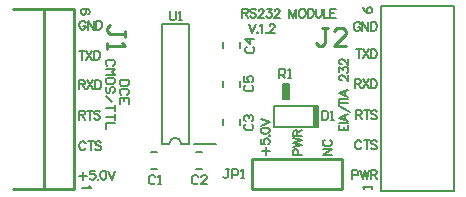
<source format=gto>
G04*
G04 #@! TF.GenerationSoftware,Altium Limited,Altium Designer,24.9.1 (31)*
G04*
G04 Layer_Color=65535*
%FSLAX44Y44*%
%MOMM*%
G71*
G04*
G04 #@! TF.SameCoordinates,B5823E4F-61C2-4C15-8B31-12C9E9E13820*
G04*
G04*
G04 #@! TF.FilePolarity,Positive*
G04*
G01*
G75*
%ADD10C,0.2032*%
%ADD11C,0.2000*%
%ADD12C,0.1524*%
%ADD13C,0.2540*%
%ADD14C,0.1270*%
%ADD15R,0.4572X1.7780*%
%ADD16R,0.4826X1.3208*%
D10*
X400080Y746700D02*
G03*
X389920Y746700I-5080J0D01*
G01*
X400080Y746700D02*
X406430Y746700D01*
X383570D02*
X389920Y746700D01*
X383570Y848300D02*
X406430D01*
Y746700D02*
Y848300D01*
X383570Y746700D02*
Y848300D01*
X411000Y746750D02*
X429750Y746659D01*
D11*
X569000Y863700D02*
X631000D01*
X569000Y706700D02*
Y863700D01*
X631000Y706700D02*
Y863700D01*
X569000Y706700D02*
X631000D01*
D12*
X478536Y778510D02*
X515874D01*
X478536Y760730D02*
X515874D01*
X478536D02*
Y778510D01*
X515874Y760730D02*
Y778510D01*
X449866Y767540D02*
X449866Y762460D01*
X435134Y767540D02*
X435134Y762460D01*
X449866Y794960D02*
Y800040D01*
X435134D02*
X435134Y794960D01*
X449866Y827460D02*
Y832540D01*
X435134D02*
X435134Y827460D01*
X374960Y725134D02*
X380040D01*
X374960Y739866D02*
X380040D01*
X412460Y739866D02*
X417540Y739866D01*
X412460Y725134D02*
X417540Y725134D01*
X485902Y797560D02*
X491490D01*
X485902Y784352D02*
X491490Y784352D01*
X485902Y797560D02*
X485902Y784352D01*
X491490Y797560D02*
X491490Y784352D01*
D13*
X309700Y860550D02*
X309700Y708150D01*
X284300Y860550D02*
X309700D01*
X284300Y708150D02*
X284300Y860550D01*
X284300Y708150D02*
X309700D01*
X257376Y860550D02*
X284300Y860550D01*
X257376Y708150D02*
X284300D01*
X459800Y708600D02*
Y734000D01*
X536000D01*
Y708600D02*
Y734000D01*
X459800Y708600D02*
X536000D01*
X352618Y837500D02*
Y842578D01*
Y840039D01*
X339922D01*
X337383Y842578D01*
Y845117D01*
X339922Y847657D01*
X337383Y832422D02*
Y827343D01*
Y829882D01*
X352618D01*
X350078Y832422D01*
X524257Y844801D02*
X519179D01*
X521718D01*
Y832106D01*
X519179Y829566D01*
X516639D01*
X514100Y832106D01*
X539492Y829566D02*
X529335D01*
X539492Y839723D01*
Y842262D01*
X536953Y844801D01*
X531874D01*
X529335Y842262D01*
D14*
X553722Y862328D02*
X554992Y859789D01*
X557531Y857250D01*
X560070D01*
X561340Y858520D01*
Y861059D01*
X560070Y862328D01*
X558801D01*
X557531Y861059D01*
Y857250D01*
X561340Y708660D02*
Y711199D01*
Y709930D01*
X553722D01*
X554992Y708660D01*
X355852Y800862D02*
X348234D01*
Y797053D01*
X349504Y795784D01*
X354582D01*
X355852Y797053D01*
Y800862D01*
X354582Y788166D02*
X355852Y789436D01*
Y791975D01*
X354582Y793244D01*
X349504D01*
X348234Y791975D01*
Y789436D01*
X349504Y788166D01*
X355852Y780549D02*
Y785627D01*
X348234D01*
Y780549D01*
X352043Y785627D02*
Y783088D01*
X321491Y856525D02*
X322216Y856888D01*
X322579Y857976D01*
Y858701D01*
X322216Y859790D01*
X321128Y860515D01*
X319314Y860878D01*
X317500D01*
X316049Y860515D01*
X315324Y859790D01*
X314961Y858701D01*
Y858339D01*
X315324Y857250D01*
X316049Y856525D01*
X317138Y856162D01*
X317500D01*
X318589Y856525D01*
X319314Y857250D01*
X319677Y858339D01*
Y858701D01*
X319314Y859790D01*
X318589Y860515D01*
X317500Y860878D01*
X322398Y710837D02*
X322761Y710111D01*
X323849Y709023D01*
X316231D01*
X468470Y740765D02*
X475000D01*
X471735Y737500D02*
Y744030D01*
X467382Y750633D02*
Y747005D01*
X470647Y746642D01*
X470284Y747005D01*
X469921Y748093D01*
Y749182D01*
X470284Y750270D01*
X471009Y750995D01*
X472098Y751358D01*
X472823D01*
X473912Y750995D01*
X474637Y750270D01*
X475000Y749182D01*
Y748093D01*
X474637Y747005D01*
X474274Y746642D01*
X473549Y746279D01*
X474274Y753426D02*
X474637Y753063D01*
X475000Y753426D01*
X474637Y753789D01*
X474274Y753426D01*
X467382Y757634D02*
X467744Y756546D01*
X468833Y755820D01*
X470647Y755458D01*
X471735D01*
X473549Y755820D01*
X474637Y756546D01*
X475000Y757634D01*
Y758360D01*
X474637Y759448D01*
X473549Y760174D01*
X471735Y760536D01*
X470647D01*
X468833Y760174D01*
X467744Y759448D01*
X467382Y758360D01*
Y757634D01*
Y762242D02*
X475000Y765144D01*
X467382Y768046D02*
X475000Y765144D01*
X519882Y737500D02*
X527500D01*
X519882D02*
X527500Y742579D01*
X519882D02*
X527500D01*
X521696Y750125D02*
X520970Y749762D01*
X520244Y749036D01*
X519882Y748311D01*
Y746860D01*
X520244Y746134D01*
X520970Y745409D01*
X521696Y745046D01*
X522784Y744683D01*
X524598D01*
X525686Y745046D01*
X526412Y745409D01*
X527137Y746134D01*
X527500Y746860D01*
Y748311D01*
X527137Y749036D01*
X526412Y749762D01*
X525686Y750125D01*
X498895Y737384D02*
Y740649D01*
X498533Y741737D01*
X498170Y742100D01*
X497444Y742462D01*
X496356D01*
X495630Y742100D01*
X495268Y741737D01*
X494905Y740649D01*
Y737384D01*
X502523D01*
X494905Y744168D02*
X502523Y745982D01*
X494905Y747795D02*
X502523Y745982D01*
X494905Y747795D02*
X502523Y749609D01*
X494905Y751423D02*
X502523Y749609D01*
X494905Y752947D02*
X502523D01*
X494905D02*
Y756212D01*
X495268Y757300D01*
X495630Y757663D01*
X496356Y758026D01*
X497081D01*
X497807Y757663D01*
X498170Y757300D01*
X498533Y756212D01*
Y752947D01*
Y755486D02*
X502523Y758026D01*
X534138Y762970D02*
Y758254D01*
X541757D01*
Y762970D01*
X537766Y758254D02*
Y761156D01*
X534138Y764240D02*
X541757D01*
Y771641D02*
X534138Y768738D01*
X541757Y765836D01*
X539217Y766925D02*
Y770552D01*
X542845Y773418D02*
X534138Y778497D01*
Y781544D02*
X541757D01*
X534138Y779005D02*
Y784084D01*
Y784991D02*
X541757D01*
Y792392D02*
X534138Y789489D01*
X541757Y786587D01*
X539217Y787675D02*
Y791303D01*
X535952Y800518D02*
X535590D01*
X534864Y800881D01*
X534501Y801243D01*
X534138Y801969D01*
Y803420D01*
X534501Y804146D01*
X534864Y804508D01*
X535590Y804871D01*
X536315D01*
X537041Y804508D01*
X538129Y803783D01*
X541757Y800155D01*
Y805234D01*
X534138Y807665D02*
Y811655D01*
X537041Y809479D01*
Y810567D01*
X537403Y811292D01*
X537766Y811655D01*
X538855Y812018D01*
X539580D01*
X540668Y811655D01*
X541394Y810930D01*
X541757Y809841D01*
Y808753D01*
X541394Y807665D01*
X541031Y807302D01*
X540306Y806939D01*
X535952Y814086D02*
X535590D01*
X534864Y814449D01*
X534501Y814811D01*
X534138Y815537D01*
Y816988D01*
X534501Y817714D01*
X534864Y818076D01*
X535590Y818439D01*
X536315D01*
X537041Y818076D01*
X538129Y817351D01*
X541757Y813723D01*
Y818802D01*
X342644Y812802D02*
X343913Y814071D01*
Y816610D01*
X342644Y817880D01*
X337566D01*
X336296Y816610D01*
Y814071D01*
X337566Y812802D01*
X336296Y810263D02*
X343913D01*
X341374Y807723D01*
X343913Y805184D01*
X336296D01*
X343913Y798836D02*
Y801375D01*
X342644Y802645D01*
X337566D01*
X336296Y801375D01*
Y798836D01*
X337566Y797567D01*
X342644D01*
X343913Y798836D01*
X342644Y789949D02*
X343913Y791219D01*
Y793758D01*
X342644Y795027D01*
X341374D01*
X340105Y793758D01*
Y791219D01*
X338835Y789949D01*
X337566D01*
X336296Y791219D01*
Y793758D01*
X337566Y795027D01*
X336296Y787410D02*
X341374Y782331D01*
X343913Y779792D02*
Y774714D01*
Y777253D01*
X336296D01*
X343913Y772175D02*
Y767096D01*
Y769636D01*
X336296D01*
X343913Y764557D02*
X336296D01*
Y759479D01*
X547101Y801368D02*
Y793750D01*
Y801368D02*
X550366D01*
X551454Y801006D01*
X551817Y800643D01*
X552180Y799917D01*
Y799192D01*
X551817Y798466D01*
X551454Y798103D01*
X550366Y797741D01*
X547101D01*
X549640D02*
X552180Y793750D01*
X553885Y801368D02*
X558964Y793750D01*
Y801368D02*
X553885Y793750D01*
X560669Y801368D02*
Y793750D01*
Y801368D02*
X563208D01*
X564297Y801006D01*
X565022Y800280D01*
X565385Y799555D01*
X565748Y798466D01*
Y796652D01*
X565385Y795564D01*
X565022Y794838D01*
X564297Y794113D01*
X563208Y793750D01*
X560669D01*
X551744Y848234D02*
X551382Y848959D01*
X550656Y849685D01*
X549931Y850048D01*
X548479D01*
X547754Y849685D01*
X547028Y848959D01*
X546666Y848234D01*
X546303Y847145D01*
Y845331D01*
X546666Y844243D01*
X547028Y843518D01*
X547754Y842792D01*
X548479Y842429D01*
X549931D01*
X550656Y842792D01*
X551382Y843518D01*
X551744Y844243D01*
Y845331D01*
X549931D02*
X551744D01*
X553486Y850048D02*
Y842429D01*
Y850048D02*
X558565Y842429D01*
Y850048D02*
Y842429D01*
X560669Y850048D02*
Y842429D01*
Y850048D02*
X563208D01*
X564297Y849685D01*
X565022Y848959D01*
X565385Y848234D01*
X565748Y847145D01*
Y845331D01*
X565385Y844243D01*
X565022Y843518D01*
X564297Y842792D01*
X563208Y842429D01*
X560669D01*
X319212Y849224D02*
X318849Y849950D01*
X318123Y850676D01*
X317398Y851038D01*
X315947D01*
X315221Y850676D01*
X314496Y849950D01*
X314133Y849224D01*
X313770Y848136D01*
Y846322D01*
X314133Y845234D01*
X314496Y844508D01*
X315221Y843783D01*
X315947Y843420D01*
X317398D01*
X318123Y843783D01*
X318849Y844508D01*
X319212Y845234D01*
Y846322D01*
X317398D02*
X319212D01*
X320953Y851038D02*
Y843420D01*
Y851038D02*
X326032Y843420D01*
Y851038D02*
Y843420D01*
X328136Y851038D02*
Y843420D01*
Y851038D02*
X330676D01*
X331764Y850676D01*
X332490Y849950D01*
X332852Y849224D01*
X333215Y848136D01*
Y846322D01*
X332852Y845234D01*
X332490Y844508D01*
X331764Y843783D01*
X330676Y843420D01*
X328136D01*
X313770Y774838D02*
Y767220D01*
Y774838D02*
X317035D01*
X318123Y774476D01*
X318486Y774113D01*
X318849Y773387D01*
Y772662D01*
X318486Y771936D01*
X318123Y771573D01*
X317035Y771211D01*
X313770D01*
X316310D02*
X318849Y767220D01*
X323093Y774838D02*
Y767220D01*
X320554Y774838D02*
X325633D01*
X331619Y773750D02*
X330893Y774476D01*
X329805Y774838D01*
X328354D01*
X327265Y774476D01*
X326540Y773750D01*
Y773025D01*
X326903Y772299D01*
X327265Y771936D01*
X327991Y771573D01*
X330168Y770848D01*
X330893Y770485D01*
X331256Y770122D01*
X331619Y769397D01*
Y768308D01*
X330893Y767583D01*
X329805Y767220D01*
X328354D01*
X327265Y767583D01*
X326540Y768308D01*
X313770Y800606D02*
Y792988D01*
Y800606D02*
X317035D01*
X318123Y800244D01*
X318486Y799881D01*
X318849Y799155D01*
Y798430D01*
X318486Y797704D01*
X318123Y797341D01*
X317035Y796979D01*
X313770D01*
X316310D02*
X318849Y792988D01*
X320554Y800606D02*
X325633Y792988D01*
Y800606D02*
X320554Y792988D01*
X327338Y800606D02*
Y792988D01*
Y800606D02*
X329877D01*
X330966Y800244D01*
X331691Y799518D01*
X332054Y798792D01*
X332417Y797704D01*
Y795890D01*
X332054Y794802D01*
X331691Y794076D01*
X330966Y793351D01*
X329877Y792988D01*
X327338D01*
X316310Y825752D02*
Y818134D01*
X313770Y825752D02*
X318849D01*
X319756D02*
X324835Y818134D01*
Y825752D02*
X319756Y818134D01*
X326540Y825752D02*
Y818134D01*
Y825752D02*
X329079D01*
X330168Y825390D01*
X330893Y824664D01*
X331256Y823939D01*
X331619Y822850D01*
Y821036D01*
X331256Y819948D01*
X330893Y819222D01*
X330168Y818497D01*
X329079Y818134D01*
X326540D01*
X319212Y747075D02*
X318849Y747800D01*
X318123Y748526D01*
X317398Y748888D01*
X315947D01*
X315221Y748526D01*
X314496Y747800D01*
X314133Y747075D01*
X313770Y745986D01*
Y744172D01*
X314133Y743084D01*
X314496Y742358D01*
X315221Y741633D01*
X315947Y741270D01*
X317398D01*
X318123Y741633D01*
X318849Y742358D01*
X319212Y743084D01*
X323892Y748888D02*
Y741270D01*
X321352Y748888D02*
X326431D01*
X332417Y747800D02*
X331691Y748526D01*
X330603Y748888D01*
X329152D01*
X328064Y748526D01*
X327338Y747800D01*
Y747075D01*
X327701Y746349D01*
X328064Y745986D01*
X328789Y745623D01*
X330966Y744898D01*
X331691Y744535D01*
X332054Y744172D01*
X332417Y743447D01*
Y742358D01*
X331691Y741633D01*
X330603Y741270D01*
X329152D01*
X328064Y741633D01*
X327338Y742358D01*
X317035Y722950D02*
Y716420D01*
X313770Y719685D02*
X320300D01*
X326903Y724038D02*
X323275D01*
X322912Y720773D01*
X323275Y721136D01*
X324363Y721499D01*
X325452D01*
X326540Y721136D01*
X327265Y720411D01*
X327628Y719322D01*
Y718597D01*
X327265Y717508D01*
X326540Y716783D01*
X325452Y716420D01*
X324363D01*
X323275Y716783D01*
X322912Y717146D01*
X322549Y717871D01*
X329696Y717146D02*
X329333Y716783D01*
X329696Y716420D01*
X330059Y716783D01*
X329696Y717146D01*
X333904Y724038D02*
X332816Y723676D01*
X332090Y722587D01*
X331728Y720773D01*
Y719685D01*
X332090Y717871D01*
X332816Y716783D01*
X333904Y716420D01*
X334630D01*
X335718Y716783D01*
X336444Y717871D01*
X336806Y719685D01*
Y720773D01*
X336444Y722587D01*
X335718Y723676D01*
X334630Y724038D01*
X333904D01*
X338512D02*
X341414Y716420D01*
X344316Y724038D02*
X341414Y716420D01*
X457407Y848187D02*
X460310Y840569D01*
X463212Y848187D02*
X460310Y840569D01*
X464554Y841294D02*
X464192Y840932D01*
X464554Y840569D01*
X464917Y840932D01*
X464554Y841294D01*
X466586Y846736D02*
X467311Y847099D01*
X468400Y848187D01*
Y840569D01*
X472536Y841294D02*
X472173Y840932D01*
X472536Y840569D01*
X472898Y840932D01*
X472536Y841294D01*
X474930Y846373D02*
Y846736D01*
X475293Y847462D01*
X475655Y847824D01*
X476381Y848187D01*
X477832D01*
X478558Y847824D01*
X478920Y847462D01*
X479283Y846736D01*
Y846011D01*
X478920Y845285D01*
X478195Y844197D01*
X474567Y840569D01*
X479646D01*
X451773Y861169D02*
Y853551D01*
Y861169D02*
X455038D01*
X456126Y860807D01*
X456489Y860444D01*
X456852Y859718D01*
Y858993D01*
X456489Y858267D01*
X456126Y857904D01*
X455038Y857542D01*
X451773D01*
X454312D02*
X456852Y853551D01*
X463635Y860081D02*
X462910Y860807D01*
X461822Y861169D01*
X460370D01*
X459282Y860807D01*
X458557Y860081D01*
Y859355D01*
X458919Y858630D01*
X459282Y858267D01*
X460008Y857904D01*
X462184Y857179D01*
X462910Y856816D01*
X463273Y856453D01*
X463635Y855728D01*
Y854639D01*
X462910Y853914D01*
X461822Y853551D01*
X460370D01*
X459282Y853914D01*
X458557Y854639D01*
X465703Y859355D02*
Y859718D01*
X466066Y860444D01*
X466429Y860807D01*
X467155Y861169D01*
X468606D01*
X469331Y860807D01*
X469694Y860444D01*
X470057Y859718D01*
Y858993D01*
X469694Y858267D01*
X468968Y857179D01*
X465341Y853551D01*
X470420D01*
X472850Y861169D02*
X476841D01*
X474664Y858267D01*
X475752D01*
X476478Y857904D01*
X476841Y857542D01*
X477203Y856453D01*
Y855728D01*
X476841Y854639D01*
X476115Y853914D01*
X475027Y853551D01*
X473938D01*
X472850Y853914D01*
X472487Y854277D01*
X472125Y855002D01*
X479271Y859355D02*
Y859718D01*
X479634Y860444D01*
X479997Y860807D01*
X480723Y861169D01*
X482174D01*
X482899Y860807D01*
X483262Y860444D01*
X483625Y859718D01*
Y858993D01*
X483262Y858267D01*
X482536Y857179D01*
X478909Y853551D01*
X483988D01*
X491678Y861169D02*
Y853551D01*
Y861169D02*
X494581Y853551D01*
X497483Y861169D02*
X494581Y853551D01*
X497483Y861169D02*
Y853551D01*
X501836Y861169D02*
X501111Y860807D01*
X500385Y860081D01*
X500022Y859355D01*
X499660Y858267D01*
Y856453D01*
X500022Y855365D01*
X500385Y854639D01*
X501111Y853914D01*
X501836Y853551D01*
X503287D01*
X504013Y853914D01*
X504739Y854639D01*
X505101Y855365D01*
X505464Y856453D01*
Y858267D01*
X505101Y859355D01*
X504739Y860081D01*
X504013Y860807D01*
X503287Y861169D01*
X501836D01*
X507242D02*
Y853551D01*
Y861169D02*
X509781D01*
X510869Y860807D01*
X511595Y860081D01*
X511958Y859355D01*
X512321Y858267D01*
Y856453D01*
X511958Y855365D01*
X511595Y854639D01*
X510869Y853914D01*
X509781Y853551D01*
X507242D01*
X514026Y861169D02*
Y855728D01*
X514388Y854639D01*
X515114Y853914D01*
X516202Y853551D01*
X516928D01*
X518016Y853914D01*
X518742Y854639D01*
X519104Y855728D01*
Y861169D01*
X521209D02*
Y853551D01*
X525562D01*
X531113Y861169D02*
X526396D01*
Y853551D01*
X531113D01*
X526396Y857542D02*
X529299D01*
X547899Y775118D02*
Y767500D01*
Y775118D02*
X551164D01*
X552252Y774756D01*
X552615Y774393D01*
X552978Y773667D01*
Y772942D01*
X552615Y772216D01*
X552252Y771853D01*
X551164Y771491D01*
X547899D01*
X550438D02*
X552978Y767500D01*
X557223Y775118D02*
Y767500D01*
X554683Y775118D02*
X559762D01*
X565748Y774030D02*
X565022Y774756D01*
X563934Y775118D01*
X562483D01*
X561394Y774756D01*
X560669Y774030D01*
Y773304D01*
X561032Y772579D01*
X561394Y772216D01*
X562120Y771853D01*
X564297Y771128D01*
X565022Y770765D01*
X565385Y770402D01*
X565748Y769677D01*
Y768588D01*
X565022Y767863D01*
X563934Y767500D01*
X562483D01*
X561394Y767863D01*
X560669Y768588D01*
X550438Y826769D02*
Y819151D01*
X547899Y826769D02*
X552978D01*
X553885D02*
X558964Y819151D01*
Y826769D02*
X553885Y819151D01*
X560669Y826769D02*
Y819151D01*
Y826769D02*
X563208D01*
X564297Y826406D01*
X565022Y825681D01*
X565385Y824955D01*
X565748Y823867D01*
Y822053D01*
X565385Y820965D01*
X565022Y820239D01*
X564297Y819514D01*
X563208Y819151D01*
X560669D01*
X552543Y747904D02*
X552180Y748630D01*
X551454Y749356D01*
X550729Y749718D01*
X549278D01*
X548552Y749356D01*
X547826Y748630D01*
X547464Y747904D01*
X547101Y746816D01*
Y745002D01*
X547464Y743914D01*
X547826Y743188D01*
X548552Y742463D01*
X549278Y742100D01*
X550729D01*
X551454Y742463D01*
X552180Y743188D01*
X552543Y743914D01*
X557223Y749718D02*
Y742100D01*
X554683Y749718D02*
X559762D01*
X565748Y748630D02*
X565022Y749356D01*
X563934Y749718D01*
X562483D01*
X561394Y749356D01*
X560669Y748630D01*
Y747904D01*
X561032Y747179D01*
X561394Y746816D01*
X562120Y746453D01*
X564297Y745728D01*
X565022Y745365D01*
X565385Y745002D01*
X565748Y744277D01*
Y743188D01*
X565022Y742463D01*
X563934Y742100D01*
X562483D01*
X561394Y742463D01*
X560669Y743188D01*
X545106Y720328D02*
X548371D01*
X549459Y720691D01*
X549822Y721053D01*
X550185Y721779D01*
Y722867D01*
X549822Y723593D01*
X549459Y723956D01*
X548371Y724318D01*
X545106D01*
Y716700D01*
X551890Y724318D02*
X553703Y716700D01*
X555517Y724318D02*
X553703Y716700D01*
X555517Y724318D02*
X557331Y716700D01*
X559145Y724318D02*
X557331Y716700D01*
X560669Y724318D02*
Y716700D01*
Y724318D02*
X563934D01*
X565022Y723956D01*
X565385Y723593D01*
X565748Y722867D01*
Y722142D01*
X565385Y721416D01*
X565022Y721053D01*
X563934Y720691D01*
X560669D01*
X563208D02*
X565748Y716700D01*
X440751Y725109D02*
X438212D01*
X439482D01*
Y718761D01*
X438212Y717491D01*
X436942D01*
X435673Y718761D01*
X443290Y717491D02*
Y725109D01*
X447099D01*
X448369Y723839D01*
Y721300D01*
X447099Y720030D01*
X443290D01*
X450908Y717491D02*
X453447D01*
X452178D01*
Y725109D01*
X450908Y723839D01*
X454961Y796230D02*
X453691Y794961D01*
Y792422D01*
X454961Y791152D01*
X460039D01*
X461309Y792422D01*
Y794961D01*
X460039Y796230D01*
X453691Y803848D02*
Y798770D01*
X457500D01*
X456230Y801309D01*
Y802578D01*
X457500Y803848D01*
X460039D01*
X461309Y802578D01*
Y800039D01*
X460039Y798770D01*
X455423Y828802D02*
X454153Y827533D01*
Y824994D01*
X455423Y823724D01*
X460501D01*
X461771Y824994D01*
Y827533D01*
X460501Y828802D01*
X461771Y835150D02*
X454153D01*
X457962Y831342D01*
Y836420D01*
X454915Y763524D02*
X453645Y762255D01*
Y759716D01*
X454915Y758446D01*
X459993D01*
X461263Y759716D01*
Y762255D01*
X459993Y763524D01*
X454915Y766064D02*
X453645Y767333D01*
Y769872D01*
X454915Y771142D01*
X456184D01*
X457454Y769872D01*
Y768603D01*
Y769872D01*
X458724Y771142D01*
X459993D01*
X461263Y769872D01*
Y767333D01*
X459993Y766064D01*
X414730Y718729D02*
X413461Y719999D01*
X410922D01*
X409652Y718729D01*
Y713651D01*
X410922Y712381D01*
X413461D01*
X414730Y713651D01*
X422348Y712381D02*
X417270D01*
X422348Y717460D01*
Y718729D01*
X421078Y719999D01*
X418539D01*
X417270Y718729D01*
X378130D02*
X376860Y719999D01*
X374321D01*
X373052Y718729D01*
Y713651D01*
X374321Y712381D01*
X376860D01*
X378130Y713651D01*
X380669Y712381D02*
X383208D01*
X381939D01*
Y719999D01*
X380669Y718729D01*
X390400Y859027D02*
Y852679D01*
X391669Y851409D01*
X394208D01*
X395478Y852679D01*
Y859027D01*
X398017Y851409D02*
X400556D01*
X399287D01*
Y859027D01*
X398017Y857757D01*
X483110Y802895D02*
Y810513D01*
X486918D01*
X488188Y809243D01*
Y806704D01*
X486918Y805434D01*
X483110D01*
X485649D02*
X488188Y802895D01*
X490727D02*
X493266D01*
X491997D01*
Y810513D01*
X490727Y809243D01*
X519324Y774759D02*
Y767141D01*
X523133D01*
X524402Y768411D01*
Y773489D01*
X523133Y774759D01*
X519324D01*
X526941Y767141D02*
X529481D01*
X528211D01*
Y774759D01*
X526941Y773489D01*
D15*
X513588Y769620D02*
D03*
D16*
X488823Y790969D02*
D03*
M02*

</source>
